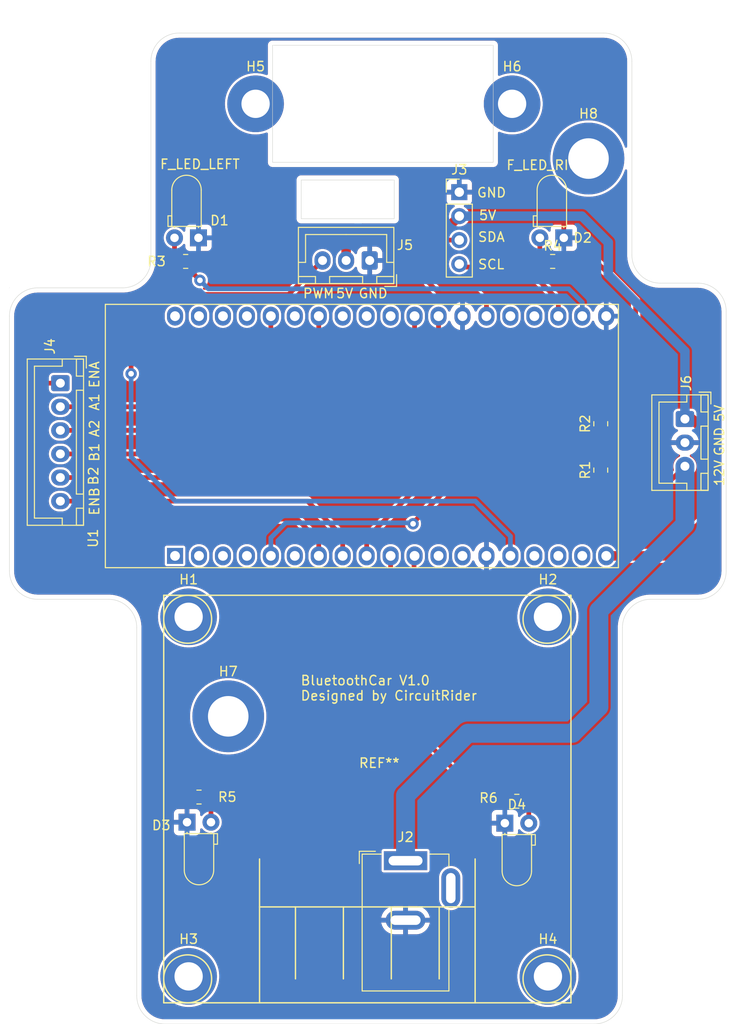
<source format=kicad_pcb>
(kicad_pcb (version 20241229) (generator "pcbnew") (generator_version "9.0")
  (layers (0 "F.Cu" signal) (2 "B.Cu" signal) (13 "F.Paste" user) (15 "B.Paste" user) (5 "F.SilkS" user "F.Silkscreen") (7 "B.SilkS" user "B.Silkscreen") (1 "F.Mask" user) (3 "B.Mask" user) (25 "Edge.Cuts" user))
  (net 0 "")
  (net 10 "Net-(D1-A)")
  (net 11 "Net-(D2-A)")
  (net 16 "Net-(D3-A)")
  (net 17 "Net-(D4-A)")
  (net 21 "SERVO_PWM")
  (net 27 "+12V")
  (net 28 "GND")
  (net 29 "SDA")
  (net 30 "SCL")
  (net 31 "+5V")
  (net 32 "INB1")
  (net 33 "ADC_VOL")
  (net 34 "INA2")
  (net 35 "ENA")
  (net 36 "INB2")
  (net 37 "ENB")
  (net 38 "INA1")
  (net 39 "F_LED_LEFT")
  (net 40 "F_LED_RIGHT")
  (net 41 "B_LED_LEFT")
  (net 42 "B_LED_RIGHT")
  (footprint "L298N:Dual_L298N_H_Bridge" (layer "F.Cu") (at 131.54 112.575 180)
    (property "Reference" "REF**" (at 20.32 -17.78 0) (layer "F.SilkS"))
    (property "Value" "Dual_L298N_H_Bridge")
    (fp_line (start 43.18 0) (end 43.18 -43.18) (stroke (width 0.15)) (layer "F.SilkS"))
    (fp_line (start 43.18 -43.18) (end 0 -43.18) (stroke (width 0.15)) (layer "F.SilkS"))
    (fp_line (start 33.02 -43.18) (end 33.02 -27.94) (stroke (width 0.15)) (layer "F.SilkS"))
    (fp_line (start 29.21 -33.02) (end 29.21 -40.64) (stroke (width 0.15)) (layer "F.SilkS"))
    (fp_line (start 24.13 -40.64) (end 24.13 -33.02) (stroke (width 0.15)) (layer "F.SilkS"))
    (fp_line (start 19.05 -40.64) (end 19.05 -33.02) (stroke (width 0.15)) (layer "F.SilkS"))
    (fp_line (start 13.97 -33.02) (end 13.97 -40.64) (stroke (width 0.15)) (layer "F.SilkS"))
    (fp_line (start 10.16 -33.02) (end 33.02 -33.02) (stroke (width 0.15)) (layer "F.SilkS"))
    (fp_line (start 10.16 -43.18) (end 10.16 -27.94) (stroke (width 0.15)) (layer "F.SilkS"))
    (fp_line (start 0 0) (end 43.18 0) (stroke (width 0.15)) (layer "F.SilkS"))
    (fp_line (start 0 -43.18) (end 0 0) (stroke (width 0.15)) (layer "F.SilkS"))
    (fp_circle (center 40.64 -2.54) (end 40.64 -5.08) (stroke (width 0.15)) (fill no) (layer "F.SilkS"))
    (fp_circle (center 40.64 -40.64) (end 38.1 -40.64) (stroke (width 0.15)) (fill no) (layer "F.SilkS"))
    (fp_circle (center 2.54 -2.54) (end 2.54 -5.08) (stroke (width 0.15)) (fill no) (layer "F.SilkS"))
    (fp_circle (center 2.54 -40.64) (end 2.54 -38.1) (stroke (width 0.15)) (fill no) (layer "F.SilkS"))
  )
  (footprint "Connector_JST:JST_XH_B3B-XH-A_1x03_P2.50mm_Vertical" (layer "F.Cu") (at 110.2 77.1 180)
    (property "Reference" "J5" (at -3.74 1.625 0) (layer "F.SilkS"))
    (property "Value" "Servo_Motor")
    (fp_line (start 7.56 3.51) (end 7.56 -2.46) (stroke (width 0.12)) (layer "F.SilkS"))
    (fp_line (start 7.56 -2.46) (end -2.56 -2.46) (stroke (width 0.12)) (layer "F.SilkS"))
    (fp_line (start 7.55 -0.2) (end 6.8 -0.2) (stroke (width 0.12)) (layer "F.SilkS"))
    (fp_line (start 7.55 -1.7) (end 7.55 -2.45) (stroke (width 0.12)) (layer "F.SilkS"))
    (fp_line (start 7.55 -2.45) (end 5.75 -2.45) (stroke (width 0.12)) (layer "F.SilkS"))
    (fp_line (start 6.8 2.75) (end 2.5 2.75) (stroke (width 0.12)) (layer "F.SilkS"))
    (fp_line (start 6.8 -0.2) (end 6.8 2.75) (stroke (width 0.12)) (layer "F.SilkS"))
    (fp_line (start 5.75 -1.7) (end 7.55 -1.7) (stroke (width 0.12)) (layer "F.SilkS"))
    (fp_line (start 5.75 -2.45) (end 5.75 -1.7) (stroke (width 0.12)) (layer "F.SilkS"))
    (fp_line (start 4.25 -1.7) (end 4.25 -2.45) (stroke (width 0.12)) (layer "F.SilkS"))
    (fp_line (start 4.25 -2.45) (end 0.75 -2.45) (stroke (width 0.12)) (layer "F.SilkS"))
    (fp_line (start 0.75 -1.7) (end 4.25 -1.7) (stroke (width 0.12)) (layer "F.SilkS"))
    (fp_line (start 0.75 -2.45) (end 0.75 -1.7) (stroke (width 0.12)) (layer "F.SilkS"))
    (fp_line (start -0.75 -1.7) (end -0.75 -2.45) (stroke (width 0.12)) (layer "F.SilkS"))
    (fp_line (start -0.75 -2.45) (end -2.55 -2.45) (stroke (width 0.12)) (layer "F.SilkS"))
    (fp_line (start -1.6 -2.75) (end -2.85 -2.75) (stroke (width 0.12)) (layer "F.SilkS"))
    (fp_line (start -1.8 2.75) (end 2.5 2.75) (stroke (width 0.12)) (layer "F.SilkS"))
    (fp_line (start -1.8 -0.2) (end -1.8 2.75) (stroke (width 0.12)) (layer "F.SilkS"))
    (fp_line (start -2.55 -0.2) (end -1.8 -0.2) (stroke (width 0.12)) (layer "F.SilkS"))
    (fp_line (start -2.55 -1.7) (end -0.75 -1.7) (stroke (width 0.12)) (layer "F.SilkS"))
    (fp_line (start -2.55 -2.45) (end -2.55 -1.7) (stroke (width 0.12)) (layer "F.SilkS"))
    (fp_line (start -2.56 3.51) (end 7.56 3.51) (stroke (width 0.12)) (layer "F.SilkS"))
    (fp_line (start -2.56 -2.46) (end -2.56 3.51) (stroke (width 0.12)) (layer "F.SilkS"))
    (fp_line (start -2.85 -2.75) (end -2.85 -1.5) (stroke (width 0.12)) (layer "F.SilkS"))
    (pad "1" thru_hole roundrect (at 0 0 180) (size 1.7 1.95) (drill 0.95) (layers "*.Cu" "*.Mask") (roundrect_rratio 0.147059) (net 28 "GND"))
    (pad "2" thru_hole oval (at 2.5 0 180) (size 1.7 1.95) (drill 0.95) (layers "*.Cu" "*.Mask") (net 31 "+5V"))
    (pad "3" thru_hole oval (at 5 0 180) (size 1.7 1.95) (drill 0.95) (layers "*.Cu" "*.Mask") (net 21 "SERVO_PWM"))
  )
  (footprint "MountingHole:MountingHole_3mm_Pad" (layer "F.Cu") (at 129.1 152.955)
    (property "Reference" "H4" (at 0 -3.95 0) (layer "F.SilkS"))
    (property "Value" "MountingHole_Pad")
    (pad "1" thru_hole circle (at 0 0) (size 6 6) (drill 3) (layers "*.Cu" "*.Mask"))
  )
  (footprint "Resistor_SMD:R_0805_2012Metric" (layer "F.Cu") (at 129.6 77.2)
    (property "Reference" "R4" (at 0 -1.65 0) (layer "F.SilkS"))
    (property "Value" "R")
    (fp_line (start -0.227064 -0.735) (end 0.227064 -0.735) (stroke (width 0.12)) (layer "F.SilkS"))
    (fp_line (start -0.227064 0.735) (end 0.227064 0.735) (stroke (width 0.12)) (layer "F.SilkS"))
    (pad "1" smd roundrect (at -0.9125 0) (size 1.025 1.4) (layers "F.Cu" "F.Mask" "F.Paste") (roundrect_rratio 0.243902) (net 11 "Net-(D2-A)"))
    (pad "2" smd roundrect (at 0.9125 0) (size 1.025 1.4) (layers "F.Cu" "F.Mask" "F.Paste") (roundrect_rratio 0.243902) (net 40 "F_LED_RIGHT"))
  )
  (footprint "MountingHole:MountingHole_4.3mm_M4_ISO7380_Pad" (layer "F.Cu") (at 95.2 125.4)
    (property "Reference" "H7" (at 0 -4.75 0) (layer "F.SilkS"))
    (property "Value" "MountingHole_Pad")
    (pad "1" thru_hole circle (at 0 0) (size 7.6 7.6) (drill 4.3) (layers "*.Cu" "*.Mask"))
  )
  (footprint "Connector_PinHeader_2.54mm:PinHeader_1x04_P2.54mm_Vertical" (layer "F.Cu") (at 119.7 69.86)
    (property "Reference" "J3" (at 0 -2.38 0) (layer "F.SilkS"))
    (property "Value" "LCD 1602")
    (fp_line (start -1.38 -1.38) (end 0 -1.38) (stroke (width 0.12)) (layer "F.SilkS"))
    (fp_line (start -1.38 0) (end -1.38 -1.38) (stroke (width 0.12)) (layer "F.SilkS"))
    (fp_line (start -1.38 1.27) (end -1.38 9) (stroke (width 0.12)) (layer "F.SilkS"))
    (fp_line (start -1.38 1.27) (end 1.38 1.27) (stroke (width 0.12)) (layer "F.SilkS"))
    (fp_line (start -1.38 9) (end 1.38 9) (stroke (width 0.12)) (layer "F.SilkS"))
    (fp_line (start 1.38 1.27) (end 1.38 9) (stroke (width 0.12)) (layer "F.SilkS"))
    (pad "1" thru_hole rect (at 0 0) (size 1.7 1.7) (drill 1) (layers "*.Cu" "*.Mask") (net 28 "GND"))
    (pad "2" thru_hole circle (at 0 2.54) (size 1.7 1.7) (drill 1) (layers "*.Cu" "*.Mask") (net 31 "+5V"))
    (pad "3" thru_hole circle (at 0 5.08) (size 1.7 1.7) (drill 1) (layers "*.Cu" "*.Mask") (net 29 "SDA"))
    (pad "4" thru_hole circle (at 0 7.62) (size 1.7 1.7) (drill 1) (layers "*.Cu" "*.Mask") (net 30 "SCL"))
  )
  (footprint "LED_THT:LED_D3.0mm_Horizontal_O1.27mm_Z2.0mm" (layer "F.Cu") (at 130.7825 74.7 180)
    (property "Reference" "D2" (at -2 0 0) (layer "F.SilkS"))
    (property "Value" "F_LED_RIGHT" (at 1.3825 7.7 0) (layer "F.SilkS"))
    (fp_line (start 3.23 2.33) (end 2.83 2.33) (stroke (width 0.12)) (layer "F.SilkS"))
    (fp_line (start 3.23 1.21) (end 3.23 2.33) (stroke (width 0.12)) (layer "F.SilkS"))
    (fp_line (start 2.83 2.33) (end 2.83 1.21) (stroke (width 0.12)) (layer "F.SilkS"))
    (fp_line (start 2.83 1.21) (end 3.23 1.21) (stroke (width 0.12)) (layer "F.SilkS"))
    (fp_line (start 2.83 1.21) (end 2.83 5.07) (stroke (width 0.12)) (layer "F.SilkS"))
    (fp_line (start 2.54 1.21) (end 2.54 1.08) (stroke (width 0.12)) (layer "F.SilkS"))
    (fp_line (start 2.54 1.08) (end 2.54 1.21) (stroke (width 0.12)) (layer "F.SilkS"))
    (fp_line (start 0 1.21) (end 0 1.08) (stroke (width 0.12)) (layer "F.SilkS"))
    (fp_line (start 0 1.08) (end 0 1.21) (stroke (width 0.12)) (layer "F.SilkS"))
    (fp_line (start -0.29 1.21) (end 2.83 1.21) (stroke (width 0.12)) (layer "F.SilkS"))
    (fp_line (start -0.29 1.21) (end -0.29 5.07) (stroke (width 0.12)) (layer "F.SilkS"))
    (fp_arc (start 2.83 5.07) (mid 1.27 6.63) (end -0.29 5.07) (stroke (width 0.12)) (layer "F.SilkS"))
    (pad "1" thru_hole rect (at 0 0 180) (size 1.8 1.8) (drill 0.9) (layers "*.Cu" "*.Mask") (net 28 "GND"))
    (pad "2" thru_hole circle (at 2.54 0 180) (size 1.8 1.8) (drill 0.9) (layers "*.Cu" "*.Mask") (net 11 "Net-(D2-A)"))
  )
  (footprint "Resistor_SMD:R_0805_2012Metric" (layer "F.Cu") (at 134.7 94.4 90)
    (property "Reference" "R2" (at 0 -1.65 90) (layer "F.SilkS"))
    (property "Value" "R")
    (fp_line (start -0.227064 -0.735) (end 0.227064 -0.735) (stroke (width 0.12)) (layer "F.SilkS"))
    (fp_line (start -0.227064 0.735) (end 0.227064 0.735) (stroke (width 0.12)) (layer "F.SilkS"))
    (pad "1" smd roundrect (at -0.9125 0 90) (size 1.025 1.4) (layers "F.Cu" "F.Mask" "F.Paste") (roundrect_rratio 0.243902) (net 33 "ADC_VOL"))
    (pad "2" smd roundrect (at 0.9125 0 90) (size 1.025 1.4) (layers "F.Cu" "F.Mask" "F.Paste") (roundrect_rratio 0.243902) (net 28 "GND"))
  )
  (footprint "MountingHole:MountingHole_3mm_Pad" (layer "F.Cu") (at 91 152.955)
    (property "Reference" "H3" (at 0 -3.95 0) (layer "F.SilkS"))
    (property "Value" "MountingHole_Pad")
    (pad "1" thru_hole circle (at 0 0) (size 6 6) (drill 3) (layers "*.Cu" "*.Mask"))
  )
  (footprint "MountingHole:MountingHole_3mm_Pad" (layer "F.Cu") (at 125.3 60.5)
    (property "Reference" "H6" (at 0 -3.95 0) (layer "F.SilkS"))
    (property "Value" "MountingHole_Pad")
    (pad "1" thru_hole circle (at 0 0) (size 6 6) (drill 3) (layers "*.Cu" "*.Mask"))
  )
  (footprint "Resistor_SMD:R_0805_2012Metric" (layer "F.Cu") (at 90.6875 77.2)
    (property "Reference" "R3" (at -3.0875 0 0) (layer "F.SilkS"))
    (property "Value" "R")
    (fp_line (start -0.227064 -0.735) (end 0.227064 -0.735) (stroke (width 0.12)) (layer "F.SilkS"))
    (fp_line (start -0.227064 0.735) (end 0.227064 0.735) (stroke (width 0.12)) (layer "F.SilkS"))
    (pad "1" smd roundrect (at -0.9125 0) (size 1.025 1.4) (layers "F.Cu" "F.Mask" "F.Paste") (roundrect_rratio 0.243902) (net 10 "Net-(D1-A)"))
    (pad "2" smd roundrect (at 0.9125 0) (size 1.025 1.4) (layers "F.Cu" "F.Mask" "F.Paste") (roundrect_rratio 0.243902) (net 39 "F_LED_LEFT"))
  )
  (footprint "LED_THT:LED_D3.0mm_Horizontal_O1.27mm_Z2.0mm" (layer "F.Cu") (at 90.83 136.62)
    (property "Reference" "D3" (at -2.73 0.335 0) (layer "F.SilkS"))
    (property "Value" "B_LED_LEFT")
    (fp_line (start -0.29 1.21) (end -0.29 5.07) (stroke (width 0.12)) (layer "F.SilkS"))
    (fp_line (start -0.29 1.21) (end 2.83 1.21) (stroke (width 0.12)) (layer "F.SilkS"))
    (fp_line (start 0 1.08) (end 0 1.21) (stroke (width 0.12)) (layer "F.SilkS"))
    (fp_line (start 0 1.21) (end 0 1.08) (stroke (width 0.12)) (layer "F.SilkS"))
    (fp_line (start 2.54 1.08) (end 2.54 1.21) (stroke (width 0.12)) (layer "F.SilkS"))
    (fp_line (start 2.54 1.21) (end 2.54 1.08) (stroke (width 0.12)) (layer "F.SilkS"))
    (fp_line (start 2.83 1.21) (end 2.83 5.07) (stroke (width 0.12)) (layer "F.SilkS"))
    (fp_line (start 2.83 1.21) (end 3.23 1.21) (stroke (width 0.12)) (layer "F.SilkS"))
    (fp_line (start 2.83 2.33) (end 2.83 1.21) (stroke (width 0.12)) (layer "F.SilkS"))
    (fp_line (start 3.23 1.21) (end 3.23 2.33) (stroke (width 0.12)) (layer "F.SilkS"))
    (fp_line (start 3.23 2.33) (end 2.83 2.33) (stroke (width 0.12)) (layer "F.SilkS"))
    (fp_arc (start 2.83 5.07) (mid 1.27 6.63) (end -0.29 5.07) (stroke (width 0.12)) (layer "F.SilkS"))
    (pad "1" thru_hole rect (at 0 0) (size 1.8 1.8) (drill 0.9) (layers "*.Cu" "*.Mask") (net 28 "GND"))
    (pad "2" thru_hole circle (at 2.54 0) (size 1.8 1.8) (drill 0.9) (layers "*.Cu" "*.Mask") (net 16 "Net-(D3-A)"))
  )
  (footprint "Connector_JST:JST_XH_B6B-XH-A_1x06_P2.50mm_Vertical" (layer "F.Cu") (at 77.4 90.1 -90)
    (property "Reference" "J4" (at -3.9 1.1 90) (layer "F.SilkS"))
    (property "Value" "Conn_01x06")
    (fp_line (start -2.56 3.51) (end 15.06 3.51) (stroke (width 0.12)) (layer "F.SilkS"))
    (fp_line (start 15.06 3.51) (end 15.06 -2.46) (stroke (width 0.12)) (layer "F.SilkS"))
    (fp_line (start -1.8 2.75) (end 6.25 2.75) (stroke (width 0.12)) (layer "F.SilkS"))
    (fp_line (start 14.3 2.75) (end 6.25 2.75) (stroke (width 0.12)) (layer "F.SilkS"))
    (fp_line (start -2.55 -0.2) (end -1.8 -0.2) (stroke (width 0.12)) (layer "F.SilkS"))
    (fp_line (start -1.8 -0.2) (end -1.8 2.75) (stroke (width 0.12)) (layer "F.SilkS"))
    (fp_line (start 14.3 -0.2) (end 14.3 2.75) (stroke (width 0.12)) (layer "F.SilkS"))
    (fp_line (start 15.05 -0.2) (end 14.3 -0.2) (stroke (width 0.12)) (layer "F.SilkS"))
    (fp_line (start -2.55 -1.7) (end -0.75 -1.7) (stroke (width 0.12)) (layer "F.SilkS"))
    (fp_line (start -0.75 -1.7) (end -0.75 -2.45) (stroke (width 0.12)) (layer "F.SilkS"))
    (fp_line (start 0.75 -1.7) (end 11.75 -1.7) (stroke (width 0.12)) (layer "F.SilkS"))
    (fp_line (start 11.75 -1.7) (end 11.75 -2.45) (stroke (width 0.12)) (layer "F.SilkS"))
    (fp_line (start 13.25 -1.7) (end 15.05 -1.7) (stroke (width 0.12)) (layer "F.SilkS"))
    (fp_line (start 15.05 -1.7) (end 15.05 -2.45) (stroke (width 0.12)) (layer "F.SilkS"))
    (fp_line (start -2.55 -2.45) (end -2.55 -1.7) (stroke (width 0.12)) (layer "F.SilkS"))
    (fp_line (start -0.75 -2.45) (end -2.55 -2.45) (stroke (width 0.12)) (layer "F.SilkS"))
    (fp_line (start 0.75 -2.45) (end 0.75 -1.7) (stroke (width 0.12)) (layer "F.SilkS"))
    (fp_line (start 11.75 -2.45) (end 0.75 -2.45) (stroke (width 0.12)) (layer "F.SilkS"))
    (fp_line (start 13.25 -2.45) (end 13.25 -1.7) (stroke (width 0.12)) (layer "F.SilkS"))
    (fp_line (start 15.05 -2.45) (end 13.25 -2.45) (stroke (width 0.12)) (layer "F.SilkS"))
    (fp_line (start -2.56 -2.46) (end -2.56 3.51) (stroke (width 0.12)) (layer "F.SilkS"))
    (fp_line (start 15.06 -2.46) (end -2.56 -2.46) (stroke (width 0.12)) (layer "F.SilkS"))
    (fp_line (start -2.85 -2.75) (end -2.85 -1.5) (stroke (width 0.12)) (layer "F.SilkS"))
    (fp_line (start -1.6 -2.75) (end -2.85 -2.75) (stroke (width 0.12)) (layer "F.SilkS"))
    (pad "1" thru_hole roundrect (at 0 0 270) (size 1.7 1.95) (drill 0.95) (layers "*.Cu" "*.Mask") (roundrect_rratio 0.147059) (net 35 "ENA"))
    (pad "2" thru_hole oval (at 2.5 0 270) (size 1.7 1.95) (drill 0.95) (layers "*.Cu" "*.Mask") (net 38 "INA1"))
    (pad "3" thru_hole oval (at 5 0 270) (size 1.7 1.95) (drill 0.95) (layers "*.Cu" "*.Mask") (net 34 "INA2"))
    (pad "4" thru_hole oval (at 7.5 0 270) (size 1.7 1.95) (drill 0.95) (layers "*.Cu" "*.Mask") (net 32 "INB1"))
    (pad "5" thru_hole oval (at 10 0 270) (size 1.7 1.95) (drill 0.95) (layers "*.Cu" "*.Mask") (net 36 "INB2"))
    (pad "6" thru_hole oval (at 12.5 0 270) (size 1.7 1.95) (drill 0.95) (layers "*.Cu" "*.Mask") (net 37 "ENB"))
  )
  (footprint "Connector_BarrelJack:BarrelJack_GCT_DCJ200-10-A_Horizontal" (layer "F.Cu") (at 114 140.7)
    (property "Reference" "J2" (at 0 -2.5 0) (layer "F.SilkS"))
    (property "Value" "Jack_DC")
    (fp_line (start -4.9 -1) (end -4.9 0.3) (stroke (width 0.12)) (layer "F.SilkS"))
    (fp_line (start -4.6 -0.7) (end -2.6 -0.7) (stroke (width 0.12)) (layer "F.SilkS"))
    (fp_line (start -4.6 13.8) (end -4.6 -0.7) (stroke (width 0.12)) (layer "F.SilkS"))
    (fp_line (start -3.2 -1) (end -4.9 -1) (stroke (width 0.12)) (layer "F.SilkS"))
    (fp_line (start 2.6 -0.7) (end 4.6 -0.7) (stroke (width 0.12)) (layer "F.SilkS"))
    (fp_line (start 4.6 -0.7) (end 4.6 0.6) (stroke (width 0.12)) (layer "F.SilkS"))
    (fp_line (start 4.6 5.2) (end 4.6 13.8) (stroke (width 0.12)) (layer "F.SilkS"))
    (fp_line (start 4.6 13.8) (end -4.6 13.8) (stroke (width 0.12)) (layer "F.SilkS"))
    (pad "1" thru_hole rect (at 0 0) (size 4.6 2) (drill oval 3.6 1) (layers "*.Cu" "*.Mask") (net 27 "+12V"))
    (pad "2" thru_hole oval (at 0 6.3) (size 4.2 2) (drill oval 3.2 1) (layers "*.Cu" "*.Mask") (net 28 "GND"))
    (pad "3" thru_hole oval (at 4.8 2.9) (size 2 4.2) (drill oval 1 3.2) (layers "*.Cu" "*.Mask"))
  )
  (footprint "MountingHole:MountingHole_3mm_Pad" (layer "F.Cu") (at 129.1 114.855)
    (property "Reference" "H2" (at 0 -3.95 0) (layer "F.SilkS"))
    (property "Value" "MountingHole_Pad")
    (pad "1" thru_hole circle (at 0 0) (size 6 6) (drill 3) (layers "*.Cu" "*.Mask"))
  )
  (footprint "MountingHole:MountingHole_3mm_Pad" (layer "F.Cu") (at 91 114.855)
    (property "Reference" "H1" (at 0 -3.95 0) (layer "F.SilkS"))
    (property "Value" "MountingHole_Pad")
    (pad "1" thru_hole circle (at 0 0) (size 6 6) (drill 3) (layers "*.Cu" "*.Mask"))
  )
  (footprint "Resistor_SMD:R_0805_2012Metric" (layer "F.Cu") (at 134.7 99.3125 90)
    (property "Reference" "R1" (at 0 -1.65 90) (layer "F.SilkS"))
    (property "Value" "R")
    (fp_line (start -0.227064 -0.735) (end 0.227064 -0.735) (stroke (width 0.12)) (layer "F.SilkS"))
    (fp_line (start -0.227064 0.735) (end 0.227064 0.735) (stroke (width 0.12)) (layer "F.SilkS"))
    (pad "1" smd roundrect (at -0.9125 0 90) (size 1.025 1.4) (layers "F.Cu" "F.Mask" "F.Paste") (roundrect_rratio 0.243902) (net 27 "+12V"))
    (pad "2" smd roundrect (at 0.9125 0 90) (size 1.025 1.4) (layers "F.Cu" "F.Mask" "F.Paste") (roundrect_rratio 0.243902) (net 33 "ADC_VOL"))
  )
  (footprint "LED_THT:LED_D3.0mm_Horizontal_O1.27mm_Z2.0mm" (layer "F.Cu") (at 124.53 136.72)
    (property "Reference" "D4" (at 1.27 -1.96 0) (layer "F.SilkS"))
    (property "Value" "B_LED_RIGHT")
    (fp_line (start -0.29 1.21) (end -0.29 5.07) (stroke (width 0.12)) (layer "F.SilkS"))
    (fp_line (start -0.29 1.21) (end 2.83 1.21) (stroke (width 0.12)) (layer "F.SilkS"))
    (fp_line (start 0 1.08) (end 0 1.21) (stroke (width 0.12)) (layer "F.SilkS"))
    (fp_line (start 0 1.21) (end 0 1.08) (stroke (width 0.12)) (layer "F.SilkS"))
    (fp_line (start 2.54 1.08) (end 2.54 1.21) (stroke (width 0.12)) (layer "F.SilkS"))
    (fp_line (start 2.54 1.21) (end 2.54 1.08) (stroke (width 0.12)) (layer "F.SilkS"))
    (fp_line (start 2.83 1.21) (end 2.83 5.07) (stroke (width 0.12)) (layer "F.SilkS"))
    (fp_line (start 2.83 1.21) (end 3.23 1.21) (stroke (width 0.12)) (layer "F.SilkS"))
    (fp_line (start 2.83 2.33) (end 2.83 1.21) (stroke (width 0.12)) (layer "F.SilkS"))
    (fp_line (start 3.23 1.21) (end 3.23 2.33) (stroke (width 0.12)) (layer "F.SilkS"))
    (fp_line (start 3.23 2.33) (end 2.83 2.33) (stroke (width 0.12)) (layer "F.SilkS"))
    (fp_arc (start 2.83 5.07) (mid 1.27 6.63) (end -0.29 5.07) (stroke (width 0.12)) (layer "F.SilkS"))
    (pad "1" thru_hole rect (at 0 0) (size 1.8 1.8) (drill 0.9) (layers "*.Cu" "*.Mask") (net 28 "GND"))
    (pad "2" thru_hole circle (at 2.54 0) (size 1.8 1.8) (drill 0.9) (layers "*.Cu" "*.Mask") (net 17 "Net-(D4-A)"))
  )
  (footprint "MountingHole:MountingHole_3mm_Pad" (layer "F.Cu") (at 98.1 60.5)
    (property "Reference" "H5" (at 0 -3.95 0) (layer "F.SilkS"))
    (property "Value" "MountingHole_Pad")
    (pad "1" thru_hole circle (at 0 0) (size 6 6) (drill 3) (layers "*.Cu" "*.Mask"))
  )
  (footprint "Connector_JST:JST_XH_B3B-XH-A_1x03_P2.50mm_Vertical" (layer "F.Cu") (at 143.625 93.9 -90)
    (property "Reference" "J6" (at -3.8 -0.14 90) (layer "F.SilkS"))
    (property "Value" "Battery_Source")
    (fp_line (start -2.56 3.51) (end 7.56 3.51) (stroke (width 0.12)) (layer "F.SilkS"))
    (fp_line (start 7.56 3.51) (end 7.56 -2.46) (stroke (width 0.12)) (layer "F.SilkS"))
    (fp_line (start -1.8 2.75) (end 2.5 2.75) (stroke (width 0.12)) (layer "F.SilkS"))
    (fp_line (start 6.8 2.75) (end 2.5 2.75) (stroke (width 0.12)) (layer "F.SilkS"))
    (fp_line (start -2.55 -0.2) (end -1.8 -0.2) (stroke (width 0.12)) (layer "F.SilkS"))
    (fp_line (start -1.8 -0.2) (end -1.8 2.75) (stroke (width 0.12)) (layer "F.SilkS"))
    (fp_line (start 6.8 -0.2) (end 6.8 2.75) (stroke (width 0.12)) (layer "F.SilkS"))
    (fp_line (start 7.55 -0.2) (end 6.8 -0.2) (stroke (width 0.12)) (layer "F.SilkS"))
    (fp_line (start -2.55 -1.7) (end -0.75 -1.7) (stroke (width 0.12)) (layer "F.SilkS"))
    (fp_line (start -0.75 -1.7) (end -0.75 -2.45) (stroke (width 0.12)) (layer "F.SilkS"))
    (fp_line (start 0.75 -1.7) (end 4.25 -1.7) (stroke (width 0.12)) (layer "F.SilkS"))
    (fp_line (start 4.25 -1.7) (end 4.25 -2.45) (stroke (width 0.12)) (layer "F.SilkS"))
    (fp_line (start 5.75 -1.7) (end 7.55 -1.7) (stroke (width 0.12)) (layer "F.SilkS"))
    (fp_line (start 7.55 -1.7) (end 7.55 -2.45) (stroke (width 0.12)) (layer "F.SilkS"))
    (fp_line (start -2.55 -2.45) (end -2.55 -1.7) (stroke (width 0.12)) (layer "F.SilkS"))
    (fp_line (start -0.75 -2.45) (end -2.55 -2.45) (stroke (width 0.12)) (layer "F.SilkS"))
    (fp_line (start 0.75 -2.45) (end 0.75 -1.7) (stroke (width 0.12)) (layer "F.SilkS"))
    (fp_line (start 4.25 -2.45) (end 0.75 -2.45) (stroke (width 0.12)) (layer "F.SilkS"))
    (fp_line (start 5.75 -2.45) (end 5.75 -1.7) (stroke (width 0.12)) (layer "F.SilkS"))
    (fp_line (start 7.55 -2.45) (end 5.75 -2.45) (stroke (width 0.12)) (layer "F.SilkS"))
    (fp_line (start -2.56 -2.46) (end -2.56 3.51) (stroke (width 0.12)) (layer "F.SilkS"))
    (fp_line (start 7.56 -2.46) (end -2.56 -2.46) (stroke (width 0.12)) (layer "F.SilkS"))
    (fp_line (start -2.85 -2.75) (end -2.85 -1.5) (stroke (width 0.12)) (layer "F.SilkS"))
    (fp_line (start -1.6 -2.75) (end -2.85 -2.75) (stroke (width 0.12)) (layer "F.SilkS"))
    (pad "1" thru_hole roundrect (at 0 0 270) (size 1.7 1.95) (drill 0.95) (layers "*.Cu" "*.Mask") (roundrect_rratio 0.147059) (net 31 "+5V"))
    (pad "2" thru_hole oval (at 2.5 0 270) (size 1.7 1.95) (drill 0.95) (layers "*.Cu" "*.Mask") (net 28 "GND"))
    (pad "3" thru_hole oval (at 5 0 270) (size 1.7 1.95) (drill 0.95) (layers "*.Cu" "*.Mask") (net 27 "+12V"))
  )
  (footprint "Resistor_SMD:R_0805_2012Metric" (layer "F.Cu") (at 125.8 134.4 180)
    (property "Reference" "R6" (at 3 0.345 0) (layer "F.SilkS"))
    (property "Value" "R")
    (fp_line (start -0.227064 0.735) (end 0.227064 0.735) (stroke (width 0.12)) (layer "F.SilkS"))
    (fp_line (start -0.227064 -0.735) (end 0.227064 -0.735) (stroke (width 0.12)) (layer "F.SilkS"))
    (pad "1" smd roundrect (at -0.9125 0 180) (size 1.025 1.4) (layers "F.Cu" "F.Mask" "F.Paste") (roundrect_rratio 0.243902) (net 17 "Net-(D4-A)"))
    (pad "2" smd roundrect (at 0.9125 0 180) (size 1.025 1.4) (layers "F.Cu" "F.Mask" "F.Paste") (roundrect_rratio 0.243902) (net 42 "B_LED_RIGHT"))
  )
  (footprint "LED_THT:LED_D3.0mm_Horizontal_O1.27mm_Z2.0mm" (layer "F.Cu") (at 92.045 74.7 180)
    (property "Reference" "D1" (at -2.23 1.835 0) (layer "F.SilkS"))
    (property "Value" "F_LED_LEFT" (at -0.155 7.8 0) (layer "F.SilkS"))
    (fp_line (start 3.23 2.33) (end 2.83 2.33) (stroke (width 0.12)) (layer "F.SilkS"))
    (fp_line (start 3.23 1.21) (end 3.23 2.33) (stroke (width 0.12)) (layer "F.SilkS"))
    (fp_line (start 2.83 2.33) (end 2.83 1.21) (stroke (width 0.12)) (layer "F.SilkS"))
    (fp_line (start 2.83 1.21) (end 3.23 1.21) (stroke (width 0.12)) (layer "F.SilkS"))
    (fp_line (start 2.83 1.21) (end 2.83 5.07) (stroke (width 0.12)) (layer "F.SilkS"))
    (fp_line (start 2.54 1.21) (end 2.54 1.08) (stroke (width 0.12)) (layer "F.SilkS"))
    (fp_line (start 2.54 1.08) (end 2.54 1.21) (stroke (width 0.12)) (layer "F.SilkS"))
    (fp_line (start 0 1.21) (end 0 1.08) (stroke (width 0.12)) (layer "F.SilkS"))
    (fp_line (start 0 1.08) (end 0 1.21) (stroke (width 0.12)) (layer "F.SilkS"))
    (fp_line (start -0.29 1.21) (end 2.83 1.21) (stroke (width 0.12)) (layer "F.SilkS"))
    (fp_line (start -0.29 1.21) (end -0.29 5.07) (stroke (width 0.12)) (layer "F.SilkS"))
    (fp_arc (start 2.83 5.07) (mid 1.27 6.63) (end -0.29 5.07) (stroke (width 0.12)) (layer "F.SilkS"))
    (pad "1" thru_hole rect (at 0 0 180) (size 1.8 1.8) (drill 0.9) (layers "*.Cu" "*.Mask") (net 28 "GND"))
    (pad "2" thru_hole circle (at 2.54 0 180) (size 1.8 1.8) (drill 0.9) (layers "*.Cu" "*.Mask") (net 10 "Net-(D1-A)"))
  )
  (footprint "MountingHole:MountingHole_4.3mm_M4_ISO7380_Pad" (layer "F.Cu") (at 133.4 66.3)
    (property "Reference" "H8" (at 0 -4.75 0) (layer "F.SilkS"))
    (property "Value" "MountingHole_Pad")
    (pad "1" thru_hole circle (at 0 0) (size 7.6 7.6) (drill 4.3) (layers "*.Cu" "*.Mask"))
  )
  (footprint "Resistor_SMD:R_0805_2012Metric" (layer "F.Cu") (at 92.1 133.955 180)
    (property "Reference" "R5" (at -3 0 0) (layer "F.SilkS"))
    (property "Value" "R")
    (fp_line (start -0.227064 0.735) (end 0.227064 0.735) (stroke (width 0.12)) (layer "F.SilkS"))
    (fp_line (start -0.227064 -0.735) (end 0.227064 -0.735) (stroke (width 0.12)) (layer "F.SilkS"))
    (pad "1" smd roundrect (at -0.9125 0 180) (size 1.025 1.4) (layers "F.Cu" "F.Mask" "F.Paste") (roundrect_rratio 0.243902) (net 16 "Net-(D3-A)"))
    (pad "2" smd roundrect (at 0.9125 0 180) (size 1.025 1.4) (layers "F.Cu" "F.Mask" "F.Paste") (roundrect_rratio 0.243902) (net 41 "B_LED_LEFT"))
  )
  (footprint "ESP32_DAT:MODULE_ESP32-DEVKITC-32D" (layer "F.Cu") (at 109.32 95.7 90)
    (property "Reference" "U1" (at -10.829175 -28.446045 90) (layer "F.SilkS") (effects (font (size 1.000386 1.000386))))
    (property "Value" "ESP32-DevKitC")
    (fp_line (start 13.95 -27.15) (end 13.95 27.25) (stroke (width 0.127)) (layer "F.SilkS"))
    (fp_line (start -13.95 -27.15) (end 13.95 -27.15) (stroke (width 0.127)) (layer "F.SilkS"))
    (fp_line (start 13.95 27.25) (end -13.95 27.25) (stroke (width 0.127)) (layer "F.SilkS"))
    (fp_line (start -13.95 27.25) (end -13.95 -27.15) (stroke (width 0.127)) (layer "F.SilkS"))
    (pad "1" thru_hole rect (at -12.7 -19.76 90) (size 1.7 1.7) (drill 1.04) (layers "*.Cu" "*.Mask"))
    (pad "2" thru_hole oval (at -12.7 -17.22 90) (size 2 1.7) (drill 1.04) (layers "*.Cu" "*.Mask"))
    (pad "3" thru_hole oval (at -12.7 -14.68 90) (size 2 1.7) (drill 1.04) (layers "*.Cu" "*.Mask"))
    (pad "4" thru_hole oval (at -12.7 -12.14 90) (size 2 1.7) (drill 1.04) (layers "*.Cu" "*.Mask"))
    (pad "5" thru_hole oval (at -12.7 -9.6 90) (size 2 1.7) (drill 1.04) (layers "*.Cu" "*.Mask") (net 33 "ADC_VOL"))
    (pad "6" thru_hole oval (at -12.7 -7.06 90) (size 2 1.7) (drill 1.04) (layers "*.Cu" "*.Mask"))
    (pad "7" thru_hole oval (at -12.7 -4.52 90) (size 2 1.7) (drill 1.04) (layers "*.Cu" "*.Mask") (net 35 "ENA"))
    (pad "8" thru_hole oval (at -12.7 -1.98 90) (size 2 1.7) (drill 1.04) (layers "*.Cu" "*.Mask") (net 37 "ENB"))
    (pad "9" thru_hole oval (at -12.7 0.56 90) (size 2 1.7) (drill 1.04) (layers "*.Cu" "*.Mask") (net 40 "F_LED_RIGHT"))
    (pad "10" thru_hole oval (at -12.7 3.1 90) (size 2 1.7) (drill 1.04) (layers "*.Cu" "*.Mask") (net 41 "B_LED_LEFT"))
    (pad "11" thru_hole oval (at -12.7 5.64 90) (size 2 1.7) (drill 1.04) (layers "*.Cu" "*.Mask") (net 42 "B_LED_RIGHT"))
    (pad "12" thru_hole oval (at -12.7 8.18 90) (size 2 1.7) (drill 1.04) (layers "*.Cu" "*.Mask"))
    (pad "13" thru_hole oval (at -12.7 10.72 90) (size 2 1.7) (drill 1.04) (layers "*.Cu" "*.Mask"))
    (pad "14" thru_hole oval (at -12.7 13.26 90) (size 2 1.7) (drill 1.04) (layers "*.Cu" "*.Mask") (net 28 "GND"))
    (pad "15" thru_hole oval (at -12.7 15.8 90) (size 2 1.7) (drill 1.04) (layers "*.Cu" "*.Mask") (net 21 "SERVO_PWM"))
    (pad "16" thru_hole oval (at -12.7 18.34 90) (size 2 1.7) (drill 1.04) (layers "*.Cu" "*.Mask"))
    (pad "17" thru_hole oval (at -12.7 20.88 90) (size 2 1.7) (drill 1.04) (layers "*.Cu" "*.Mask"))
    (pad "18" thru_hole oval (at -12.7 23.42 90) (size 2 1.7) (drill 1.04) (layers "*.Cu" "*.Mask"))
    (pad "19" thru_hole oval (at -12.7 25.96 90) (size 2 1.7) (drill 1.04) (layers "*.Cu" "*.Mask") (net 31 "+5V"))
    (pad "20" thru_hole oval (at 12.7 -19.76 90) (size 2 1.7) (drill 1.04) (layers "*.Cu" "*.Mask"))
    (pad "21" thru_hole oval (at 12.7 -17.22 90) (size 2 1.7) (drill 1.04) (layers "*.Cu" "*.Mask"))
    (pad "22" thru_hole oval (at 12.7 -14.68 90) (size 2 1.7) (drill 1.04) (layers "*.Cu" "*.Mask"))
    (pad "23" thru_hole oval (at 12.7 -12.14 90) (size 2 1.7) (drill 1.04) (layers "*.Cu" "*.Mask"))
    (pad "24" thru_hole oval (at 12.7 -9.6 90) (size 2 1.7) (drill 1.04) (layers "*.Cu" "*.Mask") (net 38 "INA1"))
    (pad "25" thru_hole oval (at 12.7 -7.06 90) (size 2 1.7) (drill 1.04) (layers "*.Cu" "*.Mask"))
    (pad "26" thru_hole oval (at 12.7 -4.52 90) (size 2 1.7) (drill 1.04) (layers "*.Cu" "*.Mask") (net 34 "INA2"))
    (pad "27" thru_hole oval (at 12.7 -1.98 90) (size 2 1.7) (drill 1.04) (layers "*.Cu" "*.Mask"))
    (pad "28" thru_hole oval (at 12.7 0.56 90) (size 2 1.7) (drill 1.04) (layers "*.Cu" "*.Mask"))
    (pad "29" thru_hole oval (at 12.7 3.1 90) (size 2 1.7) (drill 1.04) (layers "*.Cu" "*.Mask"))
    (pad "30" thru_hole oval (at 12.7 5.64 90) (size 2 1.7) (drill 1.04) (layers "*.Cu" "*.Mask") (net 32 "INB1"))
    (pad "31" thru_hole oval (at 12.7 8.18 90) (size 2 1.7) (drill 1.04) (layers "*.Cu" "*.Mask") (net 36 "INB2"))
    (pad "32" thru_hole oval (at 12.7 10.72 90) (size 2 1.7) (drill 1.04) (layers "*.Cu" "*.Mask") (net 28 "GND"))
    (pad "33" thru_hole oval (at 12.7 13.26 90) (size 2 1.7) (drill 1.04) (layers "*.Cu" "*.Mask") (net 29 "SDA"))
    (pad "34" thru_hole oval (at 12.7 15.8 90) (size 2 1.7) (drill 1.04) (layers "*.Cu" "*.Mask"))
    (pad "35" thru_hole oval (at 12.7 18.34 90) (size 2 1.7) (drill 1.04) (layers "*.Cu" "*.Mask"))
    (pad "36" thru_hole oval (at 12.7 20.88 90) (size 2 1.7) (drill 1.04) (layers "*.Cu" "*.Mask") (net 30 "SCL"))
    (pad "37" thru_hole oval (at 12.7 23.42 90) (size 2 1.7) (drill 1.04) (layers "*.Cu" "*.Mask") (net 39 "F_LED_LEFT"))
    (pad "38" thru_hole oval (at 12.7 25.96 90) (size 2 1.7) (drill 1.04) (layers "*.Cu" "*.Mask") (net 28 "GND"))
  )
  (gr_rect (start 99.9 54.3) (end 123.3 66.7) (stroke (width 0.05)) (fill no) (layer "Edge.Cuts"))
  (gr_arc (start 87 56) (mid 87.87868 53.87868) (end 90 53) (stroke (width 0.05)) (layer "Edge.Cuts"))
  (gr_line (start 75 80) (end 84 80) (stroke (width 0.05)) (layer "Edge.Cuts"))
  (gr_line (start 134 158) (end 88.5 158) (stroke (width 0.05)) (layer "Edge.Cuts"))
  (gr_line (start 85.5 155) (end 85.5 116) (stroke (width 0.05)) (layer "Edge.Cuts"))
  (gr_arc (start 137 116) (mid 137.87868 113.87868) (end 140 113) (stroke (width 0.05)) (layer "Edge.Cuts"))
  (gr_arc (start 137 155) (mid 136.12132 157.12132) (end 134 158) (stroke (width 0.05)) (layer "Edge.Cuts"))
  (gr_line (start 137 116) (end 137 155) (stroke (width 0.05)) (layer "Edge.Cuts"))
  (gr_line (start 72 110) (end 72 83) (stroke (width 0.05)) (layer "Edge.Cuts"))
  (gr_arc (start 75 113) (mid 72.87868 112.12132) (end 72 110) (stroke (width 0.05)) (layer "Edge.Cuts"))
  (gr_arc (start 145 79.5) (mid 147.12132 80.37868) (end 148 82.5) (stroke (width 0.05)) (layer "Edge.Cuts"))
  (gr_arc (start 82.5 113) (mid 84.62132 113.87868) (end 85.5 116) (stroke (width 0.05)) (layer "Edge.Cuts"))
  (gr_line (start 138 56) (end 138 76.5) (stroke (width 0.05)) (layer "Edge.Cuts"))
  (gr_arc (start 135 53) (mid 137.12132 53.87868) (end 138 56) (stroke (width 0.05)) (layer "Edge.Cuts"))
  (gr_arc (start 141 79.5) (mid 138.87868 78.62132) (end 138 76.5) (stroke (width 0.05)) (layer "Edge.Cuts"))
  (gr_arc (start 87 77) (mid 86.12132 79.12132) (end 84 80) (stroke (width 0.05)) (layer "Edge.Cuts"))
  (gr_line (start 141 79.5) (end 145 79.5) (stroke (width 0.05)) (layer "Edge.Cuts"))
  (gr_line (start 87 77) (end 87 56) (stroke (width 0.05)) (layer "Edge.Cuts"))
  (gr_line (start 148 82.5) (end 148 110) (stroke (width 0.05)) (layer "Edge.Cuts"))
  (gr_arc (start 88.5 158) (mid 86.37868 157.12132) (end 85.5 155) (stroke (width 0.05)) (layer "Edge.Cuts"))
  (gr_line (start 145 113) (end 140 113) (stroke (width 0.05)) (layer "Edge.Cuts"))
  (gr_line (start 90 53) (end 135 53) (stroke (width 0.05)) (layer "Edge.Cuts"))
  (gr_arc (start 148 110) (mid 147.12132 112.12132) (end 145 113) (stroke (width 0.05)) (layer "Edge.Cuts"))
  (gr_arc (start 72 83) (mid 72.87868 80.87868) (end 75 80) (stroke (width 0.05)) (layer "Edge.Cuts"))
  (gr_line (start 82.5 113) (end 75 113) (stroke (width 0.05)) (layer "Edge.Cuts"))
  (gr_rect (start 102.94 68.575) (end 112.8 72.675) (stroke (width 0.05)) (fill no) (layer "Edge.Cuts"))
  (gr_line (start 72 80) (end 72 80) (stroke (width 0.05)) (layer "Edge.Cuts"))
  (gr_text "12V" (at 147.865 101.1 90) (layer "F.SilkS") (effects (font (size 1 1)) (justify left bottom)))
  (gr_text "GND" (at 147.865 97.9 90) (layer "F.SilkS") (effects (font (size 1 1)) (justify left bottom)))
  (gr_text "BluetoothCar V1.0\nDesigned by CircuitRider" (at 102.8 123.8 0) (layer "F.SilkS") (effects (font (size 1 1)) (justify left bottom)))
  (gr_text "5V" (at 106.54 81.175 0) (layer "F.SilkS") (effects (font (size 1 1)) (justify left bottom)))
  (gr_text "ENA" (at 81.6 90.7 90) (layer "F.SilkS") (effects (font (size 1 1)) (justify left bottom)))
  (gr_text "5V" (at 147.865 94.3 90) (layer "F.SilkS") (effects (font (size 1 1)) (justify left bottom)))
  (gr_text "PWM" (at 103.04 81.175 0) (layer "F.SilkS") (effects (font (size 1 1)) (justify left bottom)))
  (gr_text "B2" (at 81.5 101 90) (layer "F.SilkS") (effects (font (size 1 1)) (justify left bottom)))
  (gr_text "5V" (at 121.7 72.9 0) (layer "F.SilkS") (effects (font (size 1 1)) (justify left bottom)))
  (gr_text "B1" (at 81.6 98.5 90) (layer "F.SilkS") (effects (font (size 1 1)) (justify left bottom)))
  (gr_text "A2" (at 81.6 95.9 90) (layer "F.SilkS") (effects (font (size 1 1)) (justify left bottom)))
  (gr_text "A1" (at 81.6 93.1 90) (layer "F.SilkS") (effects (font (size 1 1)) (justify left bottom)))
  (gr_text "GND" (at 108.94 81.175 0) (layer "F.SilkS") (effects (font (size 1 1)) (justify left bottom)))
  (gr_text "GND" (at 121.5 70.5 0) (layer "F.SilkS") (effects (font (size 1 1)) (justify left bottom)))
  (gr_text "SDA" (at 121.6 75.2 0) (layer "F.SilkS") (effects (font (size 1 1)) (justify left bottom)))
  (gr_text "SCL" (at 121.6 78.1 0) (layer "F.SilkS") (effects (font (size 1 1)) (justify left bottom)))
  (gr_text "ENB" (at 81.6 104.2 90) (layer "F.SilkS") (effects (font (size 1 1)) (justify left bottom)))
  (segment (start 89.505 74.7) (end 89.505 76.93) (width 0.5) (layer "F.Cu") (net 10))
  (segment (start 89.505 76.93) (end 89.775 77.2) (width 0.5) (layer "F.Cu") (net 10))
  (segment (start 128.2425 74.7) (end 128.2425 76.755) (width 0.5) (layer "F.Cu") (net 11))
  (segment (start 128.2425 76.755) (end 128.6875 77.2) (width 0.5) (layer "F.Cu") (net 11))
  (segment (start 93.37 134.3125) (end 93.0125 133.955) (width 0.5) (layer "F.Cu") (net 16))
  (segment (start 93.37 136.62) (end 93.37 134.3125) (width 0.5) (layer "F.Cu") (net 16))
  (segment (start 127.07 134.7575) (end 126.7125 134.4) (width 0.5) (layer "F.Cu") (net 17))
  (segment (start 127.07 136.72) (end 127.07 134.7575) (width 0.5) (layer "F.Cu") (net 17))
  (segment (start 101.6 80.7) (end 87.6 80.7) (width 0.5) (layer "F.Cu") (net 21))
  (segment (start 87.6 80.7) (end 84.9 83.4) (width 0.5) (layer "F.Cu") (net 21))
  (segment (start 84.9 83.4) (end 84.9 89.1) (width 0.5) (layer "F.Cu") (net 21))
  (segment (start 105.2 77.1) (end 101.6 80.7) (width 0.5) (layer "F.Cu") (net 21))
  (via (at 84.9 89.1) (size 1.2) (drill 0.6) (layers "F.Cu" "B.Cu") (net 21))
  (segment (start 84.9 97.9) (end 89.6 102.6) (width 0.5) (layer "B.Cu") (net 21))
  (segment (start 89.6 102.6) (end 121.4 102.6) (width 0.5) (layer "B.Cu") (net 21))
  (segment (start 121.4 102.6) (end 125.12 106.32) (width 0.5) (layer "B.Cu") (net 21))
  (segment (start 84.9 89.1) (end 84.9 97.9) (width 0.5) (layer "B.Cu") (net 21))
  (segment (start 125.12 106.32) (end 125.12 108.4) (width 0.5) (layer "B.Cu") (net 21))
  (segment (start 142.3 100.225) (end 143.625 98.9) (width 0.5) (layer "F.Cu") (net 27))
  (segment (start 134.7 100.225) (end 142.3 100.225) (width 0.5) (layer "F.Cu") (net 27))
  (segment (start 143.625 105.075) (end 143.625 98.9) (width 2) (layer "B.Cu") (net 27))
  (segment (start 134.5 124.4) (end 134.5 114.2) (width 2) (layer "B.Cu") (net 27))
  (segment (start 114 133.8) (end 120.6 127.2) (width 2) (layer "B.Cu") (net 27))
  (segment (start 131.7 127.2) (end 134.5 124.4) (width 2) (layer "B.Cu") (net 27))
  (segment (start 120.6 127.2) (end 131.7 127.2) (width 2) (layer "B.Cu") (net 27))
  (segment (start 134.5 114.2) (end 143.625 105.075) (width 2) (layer "B.Cu") (net 27))
  (segment (start 114 140.7) (end 114 133.8) (width 2) (layer "B.Cu") (net 27))
  (segment (start 117.66 74.94) (end 116.4 76.2) (width 0.5) (layer "F.Cu") (net 29))
  (segment (start 116.4 76.2) (end 116.4 79.4) (width 0.5) (layer "F.Cu") (net 29))
  (segment (start 119.7 74.94) (end 117.66 74.94) (width 0.5) (layer "F.Cu") (net 29))
  (segment (start 117.6 80.6) (end 121.6 80.6) (width 0.5) (layer "F.Cu") (net 29))
  (segment (start 121.6 80.6) (end 122.58 81.58) (width 0.5) (layer "F.Cu") (net 29))
  (segment (start 116.4 79.4) (end 117.6 80.6) (width 0.5) (layer "F.Cu") (net 29))
  (segment (start 122.58 81.58) (end 122.58 83) (width 0.5) (layer "F.Cu") (net 29))
  (segment (start 120.02 77.8) (end 126.7 77.8) (width 0.5) (layer "F.Cu") (net 30))
  (segment (start 119.7 77.48) (end 120.02 77.8) (width 0.5) (layer "F.Cu") (net 30))
  (segment (start 126.7 77.8) (end 130.2 81.3) (width 0.5) (layer "F.Cu") (net 30))
  (segment (start 130.2 81.3) (end 130.2 83) (width 0.5) (layer "F.Cu") (net 30))
  (segment (start 130 82.8) (end 130.2 83) (width 0.5) (layer "B.Cu") (net 30))
  (segment (start 107.7 75.4) (end 109.424 73.676) (width 1) (layer "F.Cu") (net 31))
  (segment (start 146.2 95.7) (end 146.2 104.2) (width 1) (layer "F.Cu") (net 31))
  (segment (start 142 108.4) (end 135.28 108.4) (width 1) (layer "F.Cu") (net 31))
  (segment (start 107.7 77.1) (end 107.7 75.4) (width 1) (layer "F.Cu") (net 31))
  (segment (start 143.625 93.9) (end 144.4 93.9) (width 1) (layer "F.Cu") (net 31))
  (segment (start 118.424 73.676) (end 119.7 72.4) (width 1) (layer "F.Cu") (net 31))
  (segment (start 146.2 104.2) (end 142 108.4) (width 1) (layer "F.Cu") (net 31))
  (segment (start 109.424 73.676) (end 118.424 73.676) (width 1) (layer "F.Cu") (net 31))
  (segment (start 144.4 93.9) (end 146.2 95.7) (width 1) (layer "F.Cu") (net 31))
  (segment (start 143.625 93.9) (end 143.625 86.725) (width 1) (layer "B.Cu") (net 31))
  (segment (start 132.7 72.4) (end 119.7 72.4) (width 1) (layer "B.Cu") (net 31))
  (segment (start 143.625 86.725) (end 135.5 78.6) (width 1) (layer "B.Cu") (net 31))
  (segment (start 135.5 75.2) (end 132.7 72.4) (width 1) (layer "B.Cu") (net 31))
  (segment (start 135.5 78.6) (end 135.5 75.2) (width 1) (layer "B.Cu") (net 31))
  (segment (start 114.96 90.74) (end 114.96 83) (width 0.5) (layer "F.Cu") (net 32))
  (segment (start 77.6 97.6) (end 108.1 97.6) (width 0.5) (layer "F.Cu") (net 32))
  (segment (start 108.1 97.6) (end 114.96 90.74) (width 0.5) (layer "F.Cu") (net 32))
  (segment (start 134.7 98.4) (end 134.7 95.3125) (width 0.5) (layer "F.Cu") (net 33))
  (segment (start 121.3 98.4) (end 134.7 98.4) (width 0.5) (layer "F.Cu") (net 33))
  (segment (start 114.8 104.9) (end 121.3 98.4) (width 0.5) (layer "F.Cu") (net 33))
  (segment (start 114.8 105) (end 114.8 104.9) (width 0.5) (layer "F.Cu") (net 33))
  (via (at 114.8 105) (size 1.2) (drill 0.6) (layers "F.Cu" "B.Cu") (net 33))
  (segment (start 114.8 105) (end 114.7 104.9) (width 0.5) (layer "B.Cu") (net 33))
  (segment (start 99.72 106.48) (end 99.72 108.4) (width 0.5) (layer "B.Cu") (net 33))
  (segment (start 114.7 104.9) (end 101.3 104.9) (width 0.5) (layer "B.Cu") (net 33))
  (segment (start 101.3 104.9) (end 99.72 106.48) (width 0.5) (layer "B.Cu") (net 33))
  (segment (start 98.1 95.1) (end 104.8 88.4) (width 0.5) (layer "F.Cu") (net 34))
  (segment (start 77.6 95.1) (end 98.1 95.1) (width 0.5) (layer "F.Cu") (net 34))
  (segment (start 104.8 88.4) (end 104.8 83) (width 0.5) (layer "F.Cu") (net 34))
  (segment (start 75.5 104.5) (end 73.5 102.5) (width 0.5) (layer "F.Cu") (net 35))
  (segment (start 104.8 108.4) (end 104.8 106.8) (width 0.5) (layer "F.Cu") (net 35))
  (segment (start 73.5 91.5) (end 74.9 90.1) (width 0.5) (layer "F.Cu") (net 35))
  (segment (start 73.5 102.5) (end 73.5 91.5) (width 0.5) (layer "F.Cu") (net 35))
  (segment (start 74.9 90.1) (end 77.4 90.1) (width 0.5) (layer "F.Cu") (net 35))
  (segment (start 104.8 106.8) (end 102.5 104.5) (width 0.5) (layer "F.Cu") (net 35))
  (segment (start 102.5 104.5) (end 75.5 104.5) (width 0.5) (layer "F.Cu") (net 35))
  (segment (start 109.3 100.1) (end 117.5 91.9) (width 0.5) (layer "F.Cu") (net 36))
  (segment (start 77.6 100.1) (end 109.3 100.1) (width 0.5) (layer "F.Cu") (net 36))
  (segment (start 117.5 91.9) (end 117.5 83) (width 0.5) (layer "F.Cu") (net 36))
  (segment (start 77.6 102.6) (end 103.6 102.6) (width 0.5) (layer "F.Cu") (net 37))
  (segment (start 107.34 106.34) (end 107.34 108.4) (width 0.5) (layer "F.Cu") (net 37))
  (segment (start 103.6 102.6) (end 107.34 106.34) (width 0.5) (layer "F.Cu") (net 37))
  (segment (start 95.7 92.6) (end 99.72 88.58) (width 0.5) (layer "F.Cu") (net 38))
  (segment (start 77.4 92.6) (end 95.7 92.6) (width 0.5) (layer "F.Cu") (net 38))
  (segment (start 99.72 88.58) (end 99.72 83) (width 0.5) (layer "F.Cu") (net 38))
  (segment (start 91.6 77.2) (end 91.6 78.6) (width 0.5) (layer "F.Cu") (net 39))
  (segment (start 91.6 78.6) (end 92.2 79.2) (width 0.5) (layer "F.Cu") (net 39))
  (via (at 92.2 79.2) (size 1.2) (drill 0.6) (layers "F.Cu" "B.Cu") (net 39))
  (segment (start 132.74 83) (end 132.74 81.54) (width 0.5) (layer "B.Cu") (net 39))
  (segment (start 131.3 80.1) (end 93.1 80.1) (width 0.5) (layer "B.Cu") (net 39))
  (segment (start 93.1 80.1) (end 92.2 79.2) (width 0.5) (layer "B.Cu") (net 39))
  (segment (start 132.74 81.54) (end 131.3 80.1) (width 0.5) (layer "B.Cu") (net 39))
  (segment (start 109.88 106.52) (end 109.88 108.4) (width 0.5) (layer "F.Cu") (net 40))
  (segment (start 138.4 87.4) (end 136.9 88.9) (width 0.5) (layer "F.Cu") (net 40))
  (segment (start 134.2 77.2) (end 138.4 81.4) (width 0.5) (layer "F.Cu") (net 40))
  (segment (start 127.5 88.9) (end 109.88 106.52) (width 0.5) (layer "F.Cu") (net 40))
  (segment (start 138.4 81.4) (end 138.4 87.4) (width 0.5) (layer "F.Cu") (net 40))
  (segment (start 130.5125 77.2) (end 134.2 77.2) (width 0.5) (layer "F.Cu") (net 40))
  (segment (start 136.9 88.9) (end 127.5 88.9) (width 0.5) (layer "F.Cu") (net 40))
  (segment (start 91.1875 133.955) (end 91.1875 133.0125) (width 0.5) (layer "F.Cu") (net 41))
  (segment (start 91.1875 133.0125) (end 93 131.2) (width 0.5) (layer "F.Cu") (net 41))
  (segment (start 93 131.2) (end 108.1 131.2) (width 0.5) (layer "F.Cu") (net 41))
  (segment (start 108.1 131.2) (end 112.42 126.88) (width 0.5) (layer "F.Cu") (net 41))
  (segment (start 112.42 126.88) (end 112.42 108.4) (width 0.5) (layer "F.Cu") (net 41))
  (segment (start 114.9 126.8) (end 114.9 108.46) (width 0.5) (layer "F.Cu") (net 42))
  (segment (start 114.9 108.46) (end 114.96 108.4) (width 0.5) (layer "F.Cu") (net 42))
  (segment (start 124.8875 134.4) (end 122.5 134.4) (width 0.5) (layer "F.Cu") (net 42))
  (segment (start 122.5 134.4) (end 114.9 126.8) (width 0.5) (layer "F.Cu") (net 42))
  (zone (net 28) (net_name "GND") (layers "F.Cu" "B.Cu") (priority 1) (connect_pads (clearance 0.25)) (min_thickness 0.25) (fill yes (thermal_gap 0.5) (thermal_bridge_width 0.5) (island_removal_mode 1) (island_area_min 10))
    (polygon (pts (xy 85 75) (xy 85 49.5) (xy 139.5 49.5) (xy 139.5 77.5) (xy 150 77.5) (xy 150 115.5) (xy 139 115.5) (xy 139 158) (xy 82.5 158) (xy 82.5 115.5) (xy 71 115.5) (xy 71 75)))
  )
)
</source>
